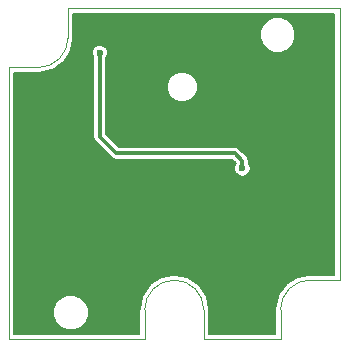
<source format=gbr>
G04 #@! TF.FileFunction,Copper,L2,Bot,Signal*
%FSLAX46Y46*%
G04 Gerber Fmt 4.6, Leading zero omitted, Abs format (unit mm)*
G04 Created by KiCad (PCBNEW 4.0.7-e2-6376~61~ubuntu18.04.1) date Sat Feb  2 14:08:29 2019*
%MOMM*%
%LPD*%
G01*
G04 APERTURE LIST*
%ADD10C,0.100000*%
%ADD11C,0.600000*%
%ADD12C,0.300000*%
%ADD13C,0.200000*%
G04 APERTURE END LIST*
D10*
X116500000Y-125500000D02*
X116500000Y-128000000D01*
X111500000Y-125500000D02*
X111500000Y-128000000D01*
X114000000Y-123000000D02*
G75*
G03X111500000Y-125500000I0J-2500000D01*
G01*
X116500000Y-125500000D02*
G75*
G03X114000000Y-123000000I-2500000J0D01*
G01*
X100000000Y-128000000D02*
X111500000Y-128000000D01*
X105000000Y-100000000D02*
X128000000Y-100000000D01*
X128000000Y-123000000D02*
X128000000Y-100000000D01*
X116500000Y-128000000D02*
X123000000Y-128000000D01*
X100000000Y-128000000D02*
X100000000Y-105000000D01*
X100000000Y-105000000D02*
X102500000Y-105000000D01*
X105000000Y-102500000D02*
X105000000Y-100000000D01*
X105000000Y-102500000D02*
G75*
G02X102500000Y-105000000I-2500000J0D01*
G01*
X123000000Y-125500000D02*
G75*
G02X125500000Y-123000000I2500000J0D01*
G01*
X123000000Y-125500000D02*
X123000000Y-128000000D01*
X125500000Y-123000000D02*
X128000000Y-123000000D01*
D11*
X116967000Y-105918000D03*
X116967000Y-108712000D03*
X115443000Y-108712000D03*
X113919000Y-108712000D03*
X112395000Y-108712000D03*
X112395000Y-105918000D03*
X112395000Y-103378000D03*
X113919000Y-103378000D03*
X115443000Y-103378000D03*
X116967000Y-103378000D03*
X101412000Y-109855000D03*
X108919000Y-108505000D03*
X118618000Y-124206000D03*
X125031500Y-110172500D03*
X107950000Y-122555000D03*
X107442000Y-121539000D03*
X118328000Y-121757000D03*
X123408000Y-121757000D03*
X123190000Y-114808000D03*
X114046000Y-114173000D03*
X105791000Y-121920000D03*
X106553000Y-121920000D03*
X111760000Y-113538000D03*
X112141000Y-115316000D03*
X118110000Y-113157000D03*
X108950000Y-110093000D03*
X105156000Y-107759500D03*
X105918000Y-104013000D03*
X110109000Y-120523000D03*
X119761000Y-113538000D03*
X107696000Y-103759000D03*
D12*
X119761000Y-113538000D02*
X119761000Y-112903000D01*
X119761000Y-112903000D02*
X119126000Y-112268000D01*
X119126000Y-112268000D02*
X109093000Y-112268000D01*
X109093000Y-112268000D02*
X107696000Y-110871000D01*
X107696000Y-110871000D02*
X107696000Y-103759000D01*
D13*
G36*
X127550000Y-122550000D02*
X125500000Y-122550000D01*
X125456529Y-122558647D01*
X125412209Y-122558647D01*
X124455505Y-122748947D01*
X124374392Y-122782544D01*
X124293284Y-122816139D01*
X124293281Y-122816142D01*
X123482230Y-123358069D01*
X123482226Y-123358071D01*
X123424552Y-123415746D01*
X123358071Y-123482227D01*
X123358069Y-123482231D01*
X122816142Y-124293281D01*
X122816139Y-124293284D01*
X122748947Y-124455500D01*
X122748947Y-124455505D01*
X122558647Y-125412209D01*
X122558647Y-125456529D01*
X122550000Y-125500000D01*
X122550000Y-127550000D01*
X116950000Y-127550000D01*
X116950000Y-125500000D01*
X116941353Y-125456529D01*
X116941353Y-125412209D01*
X116751053Y-124455505D01*
X116751053Y-124455500D01*
X116683861Y-124293284D01*
X116683858Y-124293281D01*
X116141929Y-123482227D01*
X116141929Y-123482226D01*
X116075448Y-123415746D01*
X116017773Y-123358071D01*
X116017769Y-123358069D01*
X115206719Y-122816142D01*
X115206716Y-122816139D01*
X115125608Y-122782544D01*
X115044500Y-122748947D01*
X115044495Y-122748947D01*
X114087796Y-122558648D01*
X114087791Y-122558646D01*
X114000000Y-122558647D01*
X113912209Y-122558646D01*
X113912204Y-122558648D01*
X112955505Y-122748947D01*
X112874392Y-122782544D01*
X112793284Y-122816139D01*
X112793281Y-122816142D01*
X111982230Y-123358069D01*
X111982226Y-123358071D01*
X111924552Y-123415746D01*
X111858071Y-123482227D01*
X111858069Y-123482231D01*
X111316142Y-124293281D01*
X111316139Y-124293284D01*
X111248947Y-124455500D01*
X111248947Y-124455505D01*
X111058647Y-125412209D01*
X111058647Y-125456529D01*
X111050000Y-125500000D01*
X111050000Y-127550000D01*
X100450000Y-127550000D01*
X100450000Y-126047059D01*
X103749740Y-126047059D01*
X103977620Y-126598572D01*
X104399209Y-127020897D01*
X104950323Y-127249739D01*
X105547059Y-127250260D01*
X106098572Y-127022380D01*
X106520897Y-126600791D01*
X106749739Y-126049677D01*
X106750260Y-125452941D01*
X106522380Y-124901428D01*
X106100791Y-124479103D01*
X105549677Y-124250261D01*
X104952941Y-124249740D01*
X104401428Y-124477620D01*
X103979103Y-124899209D01*
X103750261Y-125450323D01*
X103749740Y-126047059D01*
X100450000Y-126047059D01*
X100450000Y-105450000D01*
X102500000Y-105450000D01*
X102543471Y-105441353D01*
X102587791Y-105441353D01*
X103544495Y-105251053D01*
X103544500Y-105251053D01*
X103625608Y-105217456D01*
X103706716Y-105183861D01*
X103706719Y-105183858D01*
X104517769Y-104641931D01*
X104517773Y-104641929D01*
X104609702Y-104550000D01*
X104641929Y-104517774D01*
X104641931Y-104517770D01*
X105056296Y-103897628D01*
X106995879Y-103897628D01*
X107102223Y-104155000D01*
X107146000Y-104198854D01*
X107146000Y-110871000D01*
X107187866Y-111081476D01*
X107307091Y-111259909D01*
X108704089Y-112656906D01*
X108704091Y-112656909D01*
X108882524Y-112776134D01*
X109093000Y-112818000D01*
X118898182Y-112818000D01*
X119194554Y-113114371D01*
X119167915Y-113140964D01*
X119061122Y-113398150D01*
X119060879Y-113676628D01*
X119167223Y-113934000D01*
X119363964Y-114131085D01*
X119621150Y-114237878D01*
X119899628Y-114238121D01*
X120157000Y-114131777D01*
X120354085Y-113935036D01*
X120460878Y-113677850D01*
X120461121Y-113399372D01*
X120354777Y-113142000D01*
X120311000Y-113098146D01*
X120311000Y-112903005D01*
X120311001Y-112903000D01*
X120269134Y-112692524D01*
X120245336Y-112656908D01*
X120149909Y-112514091D01*
X120149906Y-112514089D01*
X119514909Y-111879091D01*
X119336476Y-111759866D01*
X119126000Y-111718000D01*
X109320817Y-111718000D01*
X108246000Y-110643182D01*
X108246000Y-106910273D01*
X113398777Y-106910273D01*
X113594602Y-107384206D01*
X113956887Y-107747124D01*
X114430477Y-107943776D01*
X114943273Y-107944223D01*
X115417206Y-107748398D01*
X115780124Y-107386113D01*
X115976776Y-106912523D01*
X115977223Y-106399727D01*
X115781398Y-105925794D01*
X115419113Y-105562876D01*
X114945523Y-105366224D01*
X114432727Y-105365777D01*
X113958794Y-105561602D01*
X113595876Y-105923887D01*
X113399224Y-106397477D01*
X113398777Y-106910273D01*
X108246000Y-106910273D01*
X108246000Y-104199046D01*
X108289085Y-104156036D01*
X108395878Y-103898850D01*
X108396121Y-103620372D01*
X108289777Y-103363000D01*
X108093036Y-103165915D01*
X107835850Y-103059122D01*
X107557372Y-103058879D01*
X107300000Y-103165223D01*
X107102915Y-103361964D01*
X106996122Y-103619150D01*
X106995879Y-103897628D01*
X105056296Y-103897628D01*
X105183858Y-103706719D01*
X105183861Y-103706716D01*
X105219625Y-103620372D01*
X105251053Y-103544500D01*
X105251053Y-103544495D01*
X105441353Y-102587791D01*
X105441353Y-102547059D01*
X121249740Y-102547059D01*
X121477620Y-103098572D01*
X121899209Y-103520897D01*
X122450323Y-103749739D01*
X123047059Y-103750260D01*
X123598572Y-103522380D01*
X124020897Y-103100791D01*
X124249739Y-102549677D01*
X124250260Y-101952941D01*
X124022380Y-101401428D01*
X123600791Y-100979103D01*
X123049677Y-100750261D01*
X122452941Y-100749740D01*
X121901428Y-100977620D01*
X121479103Y-101399209D01*
X121250261Y-101950323D01*
X121249740Y-102547059D01*
X105441353Y-102547059D01*
X105441353Y-102543471D01*
X105450000Y-102500000D01*
X105450000Y-100450000D01*
X127550000Y-100450000D01*
X127550000Y-122550000D01*
X127550000Y-122550000D01*
G37*
X127550000Y-122550000D02*
X125500000Y-122550000D01*
X125456529Y-122558647D01*
X125412209Y-122558647D01*
X124455505Y-122748947D01*
X124374392Y-122782544D01*
X124293284Y-122816139D01*
X124293281Y-122816142D01*
X123482230Y-123358069D01*
X123482226Y-123358071D01*
X123424552Y-123415746D01*
X123358071Y-123482227D01*
X123358069Y-123482231D01*
X122816142Y-124293281D01*
X122816139Y-124293284D01*
X122748947Y-124455500D01*
X122748947Y-124455505D01*
X122558647Y-125412209D01*
X122558647Y-125456529D01*
X122550000Y-125500000D01*
X122550000Y-127550000D01*
X116950000Y-127550000D01*
X116950000Y-125500000D01*
X116941353Y-125456529D01*
X116941353Y-125412209D01*
X116751053Y-124455505D01*
X116751053Y-124455500D01*
X116683861Y-124293284D01*
X116683858Y-124293281D01*
X116141929Y-123482227D01*
X116141929Y-123482226D01*
X116075448Y-123415746D01*
X116017773Y-123358071D01*
X116017769Y-123358069D01*
X115206719Y-122816142D01*
X115206716Y-122816139D01*
X115125608Y-122782544D01*
X115044500Y-122748947D01*
X115044495Y-122748947D01*
X114087796Y-122558648D01*
X114087791Y-122558646D01*
X114000000Y-122558647D01*
X113912209Y-122558646D01*
X113912204Y-122558648D01*
X112955505Y-122748947D01*
X112874392Y-122782544D01*
X112793284Y-122816139D01*
X112793281Y-122816142D01*
X111982230Y-123358069D01*
X111982226Y-123358071D01*
X111924552Y-123415746D01*
X111858071Y-123482227D01*
X111858069Y-123482231D01*
X111316142Y-124293281D01*
X111316139Y-124293284D01*
X111248947Y-124455500D01*
X111248947Y-124455505D01*
X111058647Y-125412209D01*
X111058647Y-125456529D01*
X111050000Y-125500000D01*
X111050000Y-127550000D01*
X100450000Y-127550000D01*
X100450000Y-126047059D01*
X103749740Y-126047059D01*
X103977620Y-126598572D01*
X104399209Y-127020897D01*
X104950323Y-127249739D01*
X105547059Y-127250260D01*
X106098572Y-127022380D01*
X106520897Y-126600791D01*
X106749739Y-126049677D01*
X106750260Y-125452941D01*
X106522380Y-124901428D01*
X106100791Y-124479103D01*
X105549677Y-124250261D01*
X104952941Y-124249740D01*
X104401428Y-124477620D01*
X103979103Y-124899209D01*
X103750261Y-125450323D01*
X103749740Y-126047059D01*
X100450000Y-126047059D01*
X100450000Y-105450000D01*
X102500000Y-105450000D01*
X102543471Y-105441353D01*
X102587791Y-105441353D01*
X103544495Y-105251053D01*
X103544500Y-105251053D01*
X103625608Y-105217456D01*
X103706716Y-105183861D01*
X103706719Y-105183858D01*
X104517769Y-104641931D01*
X104517773Y-104641929D01*
X104609702Y-104550000D01*
X104641929Y-104517774D01*
X104641931Y-104517770D01*
X105056296Y-103897628D01*
X106995879Y-103897628D01*
X107102223Y-104155000D01*
X107146000Y-104198854D01*
X107146000Y-110871000D01*
X107187866Y-111081476D01*
X107307091Y-111259909D01*
X108704089Y-112656906D01*
X108704091Y-112656909D01*
X108882524Y-112776134D01*
X109093000Y-112818000D01*
X118898182Y-112818000D01*
X119194554Y-113114371D01*
X119167915Y-113140964D01*
X119061122Y-113398150D01*
X119060879Y-113676628D01*
X119167223Y-113934000D01*
X119363964Y-114131085D01*
X119621150Y-114237878D01*
X119899628Y-114238121D01*
X120157000Y-114131777D01*
X120354085Y-113935036D01*
X120460878Y-113677850D01*
X120461121Y-113399372D01*
X120354777Y-113142000D01*
X120311000Y-113098146D01*
X120311000Y-112903005D01*
X120311001Y-112903000D01*
X120269134Y-112692524D01*
X120245336Y-112656908D01*
X120149909Y-112514091D01*
X120149906Y-112514089D01*
X119514909Y-111879091D01*
X119336476Y-111759866D01*
X119126000Y-111718000D01*
X109320817Y-111718000D01*
X108246000Y-110643182D01*
X108246000Y-106910273D01*
X113398777Y-106910273D01*
X113594602Y-107384206D01*
X113956887Y-107747124D01*
X114430477Y-107943776D01*
X114943273Y-107944223D01*
X115417206Y-107748398D01*
X115780124Y-107386113D01*
X115976776Y-106912523D01*
X115977223Y-106399727D01*
X115781398Y-105925794D01*
X115419113Y-105562876D01*
X114945523Y-105366224D01*
X114432727Y-105365777D01*
X113958794Y-105561602D01*
X113595876Y-105923887D01*
X113399224Y-106397477D01*
X113398777Y-106910273D01*
X108246000Y-106910273D01*
X108246000Y-104199046D01*
X108289085Y-104156036D01*
X108395878Y-103898850D01*
X108396121Y-103620372D01*
X108289777Y-103363000D01*
X108093036Y-103165915D01*
X107835850Y-103059122D01*
X107557372Y-103058879D01*
X107300000Y-103165223D01*
X107102915Y-103361964D01*
X106996122Y-103619150D01*
X106995879Y-103897628D01*
X105056296Y-103897628D01*
X105183858Y-103706719D01*
X105183861Y-103706716D01*
X105219625Y-103620372D01*
X105251053Y-103544500D01*
X105251053Y-103544495D01*
X105441353Y-102587791D01*
X105441353Y-102547059D01*
X121249740Y-102547059D01*
X121477620Y-103098572D01*
X121899209Y-103520897D01*
X122450323Y-103749739D01*
X123047059Y-103750260D01*
X123598572Y-103522380D01*
X124020897Y-103100791D01*
X124249739Y-102549677D01*
X124250260Y-101952941D01*
X124022380Y-101401428D01*
X123600791Y-100979103D01*
X123049677Y-100750261D01*
X122452941Y-100749740D01*
X121901428Y-100977620D01*
X121479103Y-101399209D01*
X121250261Y-101950323D01*
X121249740Y-102547059D01*
X105441353Y-102547059D01*
X105441353Y-102543471D01*
X105450000Y-102500000D01*
X105450000Y-100450000D01*
X127550000Y-100450000D01*
X127550000Y-122550000D01*
M02*

</source>
